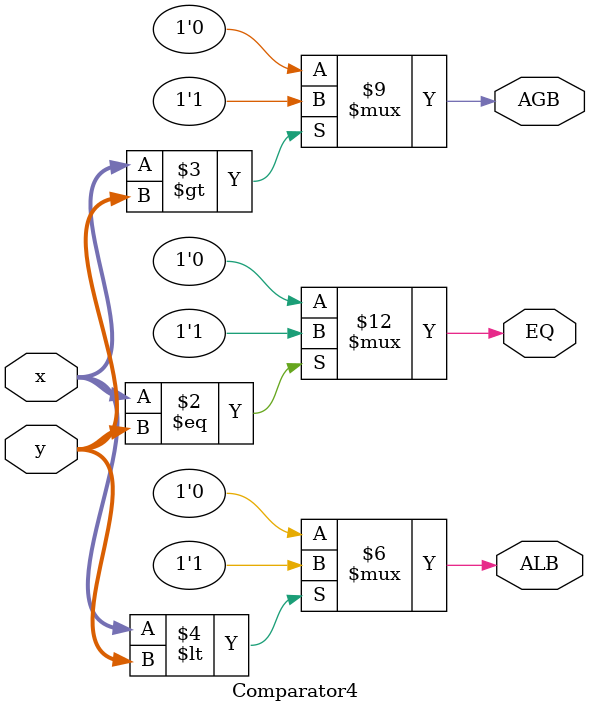
<source format=v>
module Comparator4(x, y, EQ, AGB, ALB);
input [3:0]x, y;
output EQ, AGB, ALB;
reg EQ, AGB, ALB;
always @(x, y)
begin
    EQ = 0; AGB = 0; ALB = 0;
    if(x == y) begin
        EQ = 1;
    end
    if(x > y) begin
        AGB = 1;
    end
    if(x < y) begin
        ALB = 1;
    end
end
endmodule

</source>
